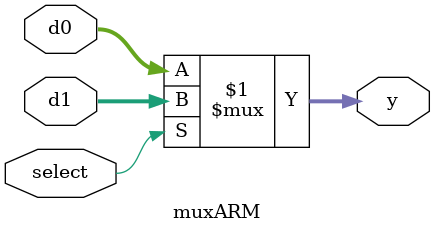
<source format=sv>
module muxARM #(parameter WIDTH = 8)
				(input logic [WIDTH-1:0] d0, d1,
				input logic select,
				output logic [WIDTH-1:0] y);
				
	assign y = select ? d1 : d0;
endmodule

</source>
